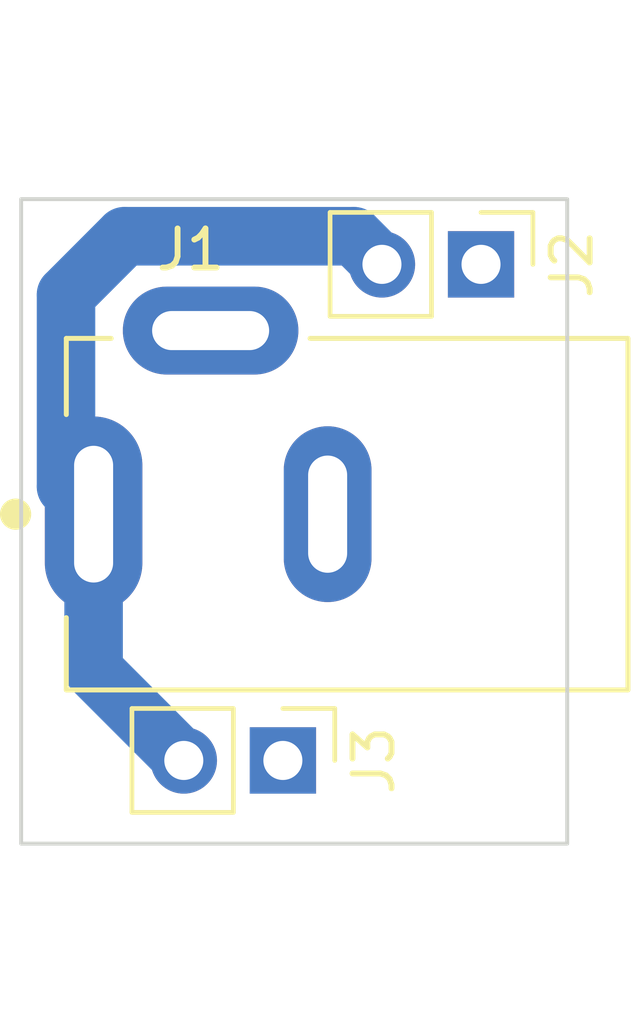
<source format=kicad_pcb>
(kicad_pcb (version 20211014) (generator pcbnew)
  (layers (0 "F.Cu" signal) (31 "B.Cu" signal) (34 "B.Paste" user) (35 "F.Paste" user) (36 "B.SilkS" user "B.Silkscreen") (37 "F.SilkS" user "F.Silkscreen") (38 "B.Mask" user) (39 "F.Mask" user) (44 "Edge.Cuts" user))
  (net 0 "")
  (net 1 "VDC")
  (net 2 "GND")
  (footprint "footprints:CUI_PJ-002B" (layer "F.Cu") (at 119.6075 64.815)
    (fp_text reference "J1" (at 2.486547 -6.769195) (layer "F.SilkS") (effects (font (size 1.000622 1.000622))))
    (fp_text value "PJ-002B")
    (fp_line (start 5.55 -4.5) (end 13.7 -4.5) (layer "F.SilkS") (width 0.127))
    (fp_line (start 13.7 4.5) (end -0.7 4.5) (layer "F.SilkS") (width 0.127))
    (fp_line (start -0.7 -2.55) (end -0.7 -4.5) (layer "F.SilkS") (width 0.127))
    (fp_line (start 13.7 -4.5) (end 13.7 4.5) (layer "F.SilkS") (width 0.127))
    (fp_line (start -0.7 -4.5) (end 0.45 -4.5) (layer "F.SilkS") (width 0.127))
    (fp_line (start -0.7 4.5) (end -0.7 2.65) (layer "F.SilkS") (width 0.127))
    (fp_circle (center -2 0) (end -1.8 0) (layer "F.SilkS") (width 0.4) (fill none))
    (pad "1" thru_hole oval locked (at 0 0) (size 2.5 5) (drill oval 1 3.5) (layers *.Cu *.Mask) (net 1 "VDC"))
    (pad "2" thru_hole oval locked (at 6 0) (size 2.25 4.5) (drill oval 1 3) (layers *.Cu *.Mask) (net 2 "GND"))
    (pad "3" thru_hole oval locked (at 3 -4.7) (size 4.5 2.25) (drill oval 3 1) (layers *.Cu *.Mask) (net 2 "GND"))
  )
  (footprint "Connector_PinHeader_2.54mm:PinHeader_1x02_P2.54mm_Vertical" (layer "F.Cu") (at 129.54 58.42 -90)
    (fp_text reference "J2" (at 0 -2.33 90) (layer "F.SilkS"))
    (fp_text value "Conn_01x02_Male")
    (fp_line (start 1.33 1.27) (end 1.33 3.87) (layer "F.SilkS") (width 0.12))
    (fp_line (start -1.33 1.27) (end 1.33 1.27) (layer "F.SilkS") (width 0.12))
    (fp_line (start -1.33 1.27) (end -1.33 3.87) (layer "F.SilkS") (width 0.12))
    (fp_line (start -1.33 0) (end -1.33 -1.33) (layer "F.SilkS") (width 0.12))
    (fp_line (start -1.33 -1.33) (end 0 -1.33) (layer "F.SilkS") (width 0.12))
    (fp_line (start -1.33 3.87) (end 1.33 3.87) (layer "F.SilkS") (width 0.12))
    (pad "1" thru_hole rect (at 0 0 270) (size 1.7 1.7) (drill 1) (layers *.Cu *.Mask) (net 2 "GND"))
    (pad "2" thru_hole oval (at 0 2.54 270) (size 1.7 1.7) (drill 1) (layers *.Cu *.Mask) (net 1 "VDC"))
  )
  (footprint "Connector_PinHeader_2.54mm:PinHeader_1x02_P2.54mm_Vertical" (layer "F.Cu") (at 124.46 71.12 -90)
    (fp_text reference "J3" (at 0 -2.33 90) (layer "F.SilkS"))
    (fp_text value "Conn_01x02_Male")
    (fp_line (start -1.33 1.27) (end 1.33 1.27) (layer "F.SilkS") (width 0.12))
    (fp_line (start -1.33 3.87) (end 1.33 3.87) (layer "F.SilkS") (width 0.12))
    (fp_line (start -1.33 1.27) (end -1.33 3.87) (layer "F.SilkS") (width 0.12))
    (fp_line (start -1.33 0) (end -1.33 -1.33) (layer "F.SilkS") (width 0.12))
    (fp_line (start -1.33 -1.33) (end 0 -1.33) (layer "F.SilkS") (width 0.12))
    (fp_line (start 1.33 1.27) (end 1.33 3.87) (layer "F.SilkS") (width 0.12))
    (pad "1" thru_hole rect (at 0 0 270) (size 1.7 1.7) (drill 1) (layers *.Cu *.Mask) (net 2 "GND"))
    (pad "2" thru_hole oval (at 0 2.54 270) (size 1.7 1.7) (drill 1) (layers *.Cu *.Mask) (net 1 "VDC"))
  )
  (gr_rect (start 117.75 56.75) (end 131.75 73.25) (layer "Edge.Cuts") (width 0.1) (fill none))
  (segment (start 119.6075 68.8075) (end 121.92 71.12) (width 1.5) (layer "B.Cu") (net 1))
  (segment (start 118.9 59.2) (end 118.9 64.1075) (width 1.5) (layer "B.Cu") (net 1))
  (segment (start 118.9 64.1075) (end 119.6075 64.815) (width 1.5) (layer "B.Cu") (net 1))
  (segment (start 119.6075 64.815) (end 119.6075 68.8075) (width 1.5) (layer "B.Cu") (net 1))
  (segment (start 120.4 57.7) (end 118.9 59.2) (width 1.5) (layer "B.Cu") (net 1))
  (segment (start 127 58.42) (end 126.28 57.7) (width 1.5) (layer "B.Cu") (net 1))
  (segment (start 126.28 57.7) (end 120.4 57.7) (width 1.5) (layer "B.Cu") (net 1))
)
</source>
